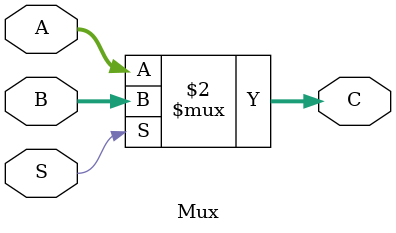
<source format=v>
module Mux(A, B, S, C);
    input [31:0] A, B;
    input S;

    output [31:0] C;

    assign C = (~S) ? A : B;

endmodule
</source>
